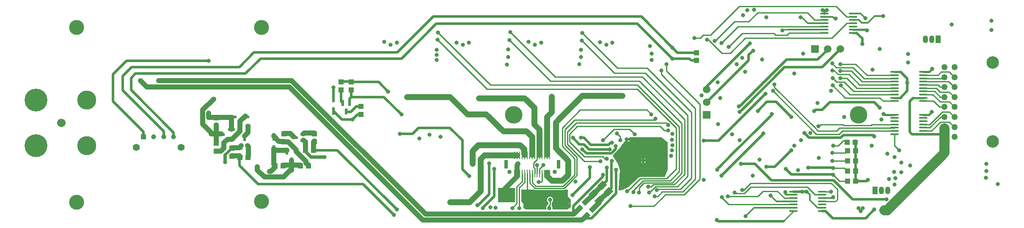
<source format=gbl>
%FSDAX25Y25*%
%MOIN*%
%SFA1B1*%

%IPPOS*%
%AMD23*
4,1,4,0.003500,0.038300,-0.038300,-0.003500,-0.003500,-0.038300,0.038300,0.003500,0.003500,0.038300,0.0*
%
%AMD114*
4,1,4,0.000000,-0.027700,0.027700,0.000000,0.000000,0.027700,-0.027700,0.000000,0.000000,-0.027700,0.0*
%
%ADD12R,0.039370X0.039370*%
G04~CAMADD=23~9~0.0~0.0~590.6~492.1~0.0~0.0~0~0.0~0.0~0.0~0.0~0~0.0~0.0~0.0~0.0~0~0.0~0.0~0.0~45.0~766.0~765.0*
%ADD23D23*%
%ADD28R,0.023620X0.055120*%
%ADD29R,0.055120X0.023620*%
%ADD34R,0.039370X0.039370*%
%ADD56C,0.019690*%
%ADD57C,0.009840*%
%ADD58C,0.039370*%
%ADD59C,0.015750*%
%ADD60C,0.078740*%
%ADD62C,0.047240*%
%ADD71R,0.041340X0.059060*%
%ADD72O,0.041340X0.059060*%
%ADD73C,0.067000*%
%ADD74C,0.150000*%
%ADD75C,0.180000*%
%ADD76C,0.098430*%
%ADD77C,0.049210*%
%ADD78C,0.137800*%
%ADD79C,0.118110*%
%ADD80C,0.055120*%
%ADD81C,0.039370*%
%ADD82C,0.033470*%
%ADD83C,0.059060*%
%ADD84R,0.059060X0.059060*%
%ADD85R,0.059060X0.059060*%
%ADD86C,0.031500*%
%ADD87C,0.025980*%
%ADD107R,0.009840X0.009840*%
%ADD108R,0.023620X0.059060*%
%ADD109R,0.059060X0.023620*%
%ADD110R,0.031500X0.070870*%
%ADD111R,0.009840X0.062990*%
%ADD112R,0.051180X0.019690*%
%ADD113R,0.019690X0.051180*%
G04~CAMADD=114~10~0.0~393.7~0.0~0.0~0.0~0.0~0~0.0~0.0~0.0~0.0~0~0.0~0.0~0.0~0.0~0~0.0~0.0~0.0~225.0~393.7~0.0*
%ADD114D114*%
%ADD115O,0.066930X0.013780*%
%ADD116C,0.011810*%
%ADD117C,0.027560*%
%ADD118R,0.133860X0.114170*%
%LNbms-1*%
%LPD*%
G36*
X0535815Y0142909D02*
X0536623Y0142102D01*
X0536387Y0141661*
X0536737Y0141592*
X0537291Y0141221*
Y0140842*
X0537670*
X0538040Y0140288*
X0538224Y0139366*
X0538040Y0138444*
X0537699Y0137933*
X0538177Y0137788*
Y0134248*
X0535421Y0132280*
X0523839*
X0523521Y0132666*
X0523704Y0133583*
X0523520Y0134504*
X0522998Y0135286*
X0522866Y0135374*
X0522923Y0135459*
X0523016Y0135599*
X0523116Y0136098*
Y0138129*
X0523514Y0138395*
X0524036Y0139177*
X0524220Y0140098*
X0524036Y0141020*
X0523514Y0141802*
X0522733Y0142324*
X0521811Y0142507*
X0520889Y0142324*
X0520108Y0141802*
X0519586Y0141020*
X0519403Y0140098*
X0519586Y0139177*
X0520108Y0138395*
X0520506Y0138129*
Y0136639*
X0519373Y0135505*
X0519090Y0135082*
X0518991Y0134583*
X0519038Y0134344*
X0518887Y0133583*
X0519069Y0132666*
X0518752Y0132280*
X0502744*
X0500776Y0133461*
Y0137004*
X0499201Y0138579*
Y0148028*
X0509391*
X0509427Y0148003*
X0509510Y0147987*
X0509927Y0147904*
X0532844*
X0533260Y0147987*
X0533343Y0148003*
X0533380Y0148028*
X0535815*
Y0142909*
G37*
G36*
X0614555Y0185429D02*
Y0163776D01*
X0612242Y0157993*
X0592679*
X0592262Y0157911*
X0592179Y0157894*
X0592143Y0157870*
X0591720*
X0583453Y0149996*
X0578728Y0147634*
X0576075Y0147302*
X0575700Y0147633*
Y0148854*
X0576760Y0162988*
X0575579Y0168106*
X0571642Y0174012*
Y0175664*
X0574888Y0178910*
X0575279Y0179496*
X0575302Y0179613*
X0575973Y0179917*
X0580590Y0186074*
X0581287Y0185608*
Y0187792*
X0582271*
Y0188776*
X0584455*
X0584355Y0188925*
X0584591Y0189366*
X0588338*
X0588571Y0189320*
X0588803Y0189366*
X0609437*
X0614555Y0185429*
G37*
%LNbms-2*%
%LPC*%
G36*
X0533733Y0138229D02*
X0533559Y0137808D01*
X0533969Y0137890*
X0533960*
X0533733Y0138229*
G37*
G36*
X0510818Y0139606D02*
X0510772D01*
Y0139560*
X0510800Y0139578*
X0510818Y0139606*
G37*
G36*
X0507819D02*
X0507772D01*
X0507791Y0139578*
X0507819Y0139560*
Y0139606*
G37*
G36*
X0537670Y0137890D02*
X0537291D01*
Y0137512*
X0537518Y0137663*
X0537670Y0137890*
G37*
G36*
X0536335Y0134106D02*
X0535957D01*
Y0133728*
X0536183Y0133880*
X0536335Y0134106*
G37*
G36*
X0533004D02*
X0532626D01*
X0532777Y0133880*
X0533004Y0133728*
Y0134106*
G37*
G36*
Y0137437D02*
X0532777Y0137286D01*
X0532626Y0137059*
X0533004*
Y0137437*
G37*
G36*
X0536737Y0137141D02*
X0536326Y0137059D01*
X0536335*
X0536562Y0136719*
X0536737Y0137141*
G37*
G36*
X0594311Y0172934D02*
X0593791Y0172587D01*
X0593443Y0172067*
X0594311*
Y0172934*
G37*
G36*
X0597147Y0170098D02*
X0596279D01*
Y0169231*
X0596800Y0169578*
X0597147Y0170098*
G37*
G36*
X0584455Y0186807D02*
X0583256D01*
Y0185608*
X0583975Y0186088*
X0584455Y0186807*
G37*
G36*
X0596279Y0172934D02*
Y0172067D01*
X0597147*
X0596800Y0172587*
X0596279Y0172934*
G37*
G36*
X0507819Y0142606D02*
X0507791Y0142587D01*
X0507772Y0142559*
X0507819*
Y0142606*
G37*
G36*
X0534339Y0141221D02*
X0534112Y0141069D01*
X0533960Y0140842*
X0534339*
Y0141221*
G37*
G36*
X0594311Y0170098D02*
X0593443D01*
X0593791Y0169578*
X0594311Y0169231*
Y0170098*
G37*
G36*
X0510772Y0142606D02*
Y0142559D01*
X0510818*
X0510800Y0142587*
X0510772Y0142606*
G37*
%LNbms-3*%
%LPD*%
G54D12*
X0756102Y0154689D03*
X0762402D03*
X0756102Y0162689D03*
X0762402D03*
X0756102Y0178689D03*
X0762402D03*
X0756102Y0170689D03*
X0762402D03*
X0755894Y0185429D03*
X0762193D03*
X0305063Y0166878D03*
X0311362D03*
X0331362D03*
X0325063D03*
X0335445Y0179173D03*
X0329146D03*
X0277646Y0197583D03*
X0283945D03*
Y0173583D03*
X0277646D03*
X0201661Y0189760D03*
G54D23*
X0560625Y0139425D03*
X0555754Y0144297D03*
X0567697Y0146496D03*
X0562825Y0151368D03*
G54D28*
X0318295Y0170646D03*
X0322035Y0178520D03*
X0314555D03*
G54D29*
X0262858Y0191583D03*
X0270732Y0187843D03*
Y0195323D03*
G54D34*
X0637295Y0249933D03*
Y0256232D03*
X0312213Y0185728D03*
Y0192027D03*
X0336213D03*
Y0185728D03*
X0258795Y0204732D03*
Y0198433D03*
Y0178433D03*
Y0184732D03*
X0271091Y0174350D03*
Y0180650D03*
X0357295Y0232925D03*
Y0226626D03*
X0365295D03*
Y0232925D03*
X0372823Y0213776D03*
Y0207476D03*
G54D56*
X0654673Y0186807D02*
X0691484Y0223618D01*
X0590539Y0279130D02*
X0618098Y0251571D01*
X0432272Y0279130D02*
X0590539D01*
X0404713Y0251571D02*
X0432272Y0279130D01*
X0293689Y0251571D02*
X0404713D01*
X0281878Y0239760D02*
X0293689Y0251571D01*
X0195264Y0239760D02*
X0281878D01*
X0191720Y0236216D02*
X0195264Y0239760D01*
X0191720Y0226768D02*
Y0236216D01*
Y0226768D02*
X0225284Y0193205D01*
Y0189760D02*
Y0193205D01*
X0593689Y0284642D02*
X0618248Y0260083D01*
X0429910Y0284642D02*
X0593689D01*
X0401563Y0256295D02*
X0429910Y0284642D01*
X0288571Y0256295D02*
X0401563D01*
X0277154Y0244878D02*
X0288571Y0256295D01*
X0192114Y0244878D02*
X0277154D01*
X0185028Y0237791D02*
X0192114Y0244878D01*
X0185028Y0226374D02*
Y0237791D01*
Y0226374D02*
X0217409Y0193992D01*
Y0189760D02*
Y0193992D01*
X0374398Y0152358D02*
X0398807Y0127949D01*
X0291721Y0152358D02*
X0374398D01*
X0277091Y0166988D02*
X0291721Y0152358D01*
X0277091Y0166988D02*
Y0174850D01*
X0770461Y0125587D02*
X0777153Y0132280D01*
X0744476Y0125587D02*
X0770461D01*
X0738866Y0131197D02*
X0744476Y0125587D01*
X0736110Y0131197D02*
X0738866D01*
X0550382Y0176768D02*
X0570190D01*
X0573610Y0180187*
Y0182280*
X0547232Y0179917D02*
X0550382Y0176768D01*
X0569550Y0185036D02*
X0570461D01*
X0567975Y0183461D02*
X0569550Y0185036D01*
X0553925Y0183461D02*
X0567975D01*
X0548413Y0188972D02*
X0553925Y0183461D01*
X0546051Y0188972D02*
X0548413D01*
X0386744Y0232925D02*
X0394083Y0225587D01*
X0365295Y0232925D02*
X0386744D01*
X0363772Y0219732D02*
X0365295Y0221256D01*
X0363772Y0216417D02*
Y0219732D01*
X0357295Y0217776D02*
X0358654Y0216417D01*
X0552350Y0179917D02*
X0568886D01*
X0548413Y0183854D02*
X0552350Y0179917D01*
X0544870Y0183854D02*
X0548413D01*
X0569676Y0185035D02*
X0570461D01*
X0539752Y0188972D02*
X0544870Y0183854D01*
X0760224Y0140547D02*
X0786996D01*
X0201661Y0189760D02*
Y0193598D01*
X0177547Y0217713D02*
X0201661Y0193598D01*
X0177547Y0217713D02*
Y0238972D01*
X0188177Y0249602*
X0252744*
X0685421Y0210232D02*
X0692508Y0217319D01*
X0699988*
X0711799Y0205508*
X0689752Y0192122D02*
Y0192516D01*
X0656681Y0159051D02*
X0689752Y0192122D01*
X0696445Y0207083D02*
Y0207870D01*
X0688177Y0198815D02*
X0696445Y0207083D01*
X0665343Y0175980D02*
X0688177Y0198815D01*
X0655106Y0165744D02*
X0665343Y0175980D01*
X0654319Y0164957D02*
X0655106Y0165744D01*
X0654319Y0123224D02*
X0705697D01*
X0653532Y0124012D02*
X0654319Y0123224D01*
X0653138Y0124012D02*
X0653532D01*
X0725185Y0165350D02*
X0744752D01*
X0762402Y0178689D02*
Y0186689D01*
Y0170689D02*
Y0178689D01*
Y0162689D02*
Y0170689D01*
Y0154689D02*
Y0162689D01*
X0711949Y0160083D02*
X0744793D01*
X0707665Y0164366D02*
X0711949Y0160083D01*
X0633122Y0249933D02*
X0637295D01*
X0631484Y0251571D02*
X0633122Y0249933D01*
X0618098Y0251571D02*
X0631484D01*
X0622098Y0256232D02*
X0637295D01*
X0618248Y0260083D02*
X0622098Y0256232D01*
X0567697Y0146496D02*
X0570274Y0149074D01*
X0553138Y0157476D02*
Y0165744D01*
X0539358Y0143697D02*
X0553138Y0157476D01*
X0357295Y0233425D02*
X0365295D01*
X0474004Y0144484D02*
Y0168894D01*
X0477941Y0142909D02*
Y0164563D01*
X0554434Y0125494D02*
X0573893Y0144954D01*
X0452744Y0164169D02*
Y0187004D01*
X0442902Y0196846D02*
X0452744Y0187004D01*
X0418098Y0196846D02*
X0442902D01*
X0413425Y0192173D02*
X0418098Y0196846D01*
X0403630Y0192173D02*
X0413425D01*
X0351213Y0228693D02*
X0351295Y0228776D01*
X0351213Y0220492D02*
Y0228693D01*
X0357295Y0217776D02*
Y0227126D01*
X0541879Y0136880D02*
X0559417Y0154419D01*
X0354276Y0179173D02*
X0401169Y0132280D01*
X0335445Y0179173D02*
X0354276D01*
X0365295Y0221256D02*
Y0226626D01*
Y0227126*
X0573893Y0144954D02*
Y0163665D01*
X0570274Y0149074D02*
Y0170676D01*
X0562825Y0151368D02*
X0566524Y0155067D01*
Y0165350*
X0559417Y0154419D02*
X0563374Y0158376D01*
Y0159839*
X0548421Y0125494D02*
X0554434D01*
X0540146Y0135147D02*
X0541879Y0136880D01*
X0540146Y0128940D02*
Y0135147D01*
Y0128940D02*
X0540349Y0128736D01*
X0468886Y0133461D02*
Y0133854D01*
X0477941Y0142909*
X0464555Y0135823D02*
X0465343D01*
X0474004Y0144484*
X0452744Y0164169D02*
X0458256Y0158658D01*
X0653532Y0163776D02*
X0654319Y0164957D01*
X0673020Y0211216D02*
X0706583Y0244779D01*
X0671248Y0209445D02*
X0673020Y0211216D01*
X0671248Y0213776D02*
X0708256Y0250783D01*
X0670460Y0213776D02*
X0671248D01*
X0830323Y0191823D02*
X0832488Y0189657D01*
X0805106Y0193697D02*
X0806980Y0191823D01*
X0805106Y0193697D02*
Y0217713D01*
X0807937Y0220543*
X0806980Y0191823D02*
X0815720D01*
X0830323*
X0673216Y0147634D02*
D01*
X0645295Y0229555D02*
X0679122Y0263382D01*
X0706583Y0244779D02*
X0736130D01*
X0750402Y0259051*
X0708256Y0250783D02*
X0732665D01*
X0740402Y0258520*
X0645295Y0217083D02*
X0678335Y0250122D01*
Y0254327*
X0681878Y0257870*
X0692189Y0166138D02*
X0698807D01*
X0711799Y0179130*
X0797701Y0220543D02*
X0803138Y0225980D01*
X0797945Y0241016D02*
X0803138Y0235823D01*
Y0225980D02*
Y0232279D01*
Y0235823*
X0713669Y0146551D02*
X0720362D01*
X0720461Y0146453*
X0724004*
X0672035Y0168500D02*
X0683059D01*
X0696051Y0155508*
X0745264*
X0760224Y0140547*
X0763276Y0271748D02*
X0767705Y0267319D01*
Y0262988D02*
Y0267319D01*
X0762402Y0154689D02*
X0770823D01*
X0772035Y0155902*
X0265736Y0175295D02*
X0271091Y0180650D01*
X0390933Y0221256D02*
X0404713Y0207476D01*
X0365295Y0221256D02*
X0390933D01*
X0730697Y0211020D02*
X0736209D01*
X0742114Y0216925*
X0777153*
X0781484Y0212595*
X0722035Y0192909D02*
X0725973Y0188972D01*
X0750776*
X0752744Y0190941*
X0761012*
X0767311*
X0776366*
X0777153Y0190154*
X0642902Y0186807D02*
D01*
X0654673*
X0370067Y0207476D02*
X0372823D01*
X0369280Y0213776D02*
X0372823D01*
X0364949Y0209445D02*
X0369280Y0213776D01*
X0361012Y0209445D02*
X0364949D01*
X0351213Y0210150D02*
X0357823Y0203539D01*
X0366130*
X0366524*
X0366130D02*
X0370067Y0207476D01*
G54D57*
X0662488Y0136315D02*
X0713669D01*
X0656681Y0142122D02*
X0662488Y0136315D01*
X0667311Y0145345D02*
X0667679Y0144976D01*
X0667311Y0145345D02*
Y0145665D01*
X0667679Y0144976D02*
X0674890D01*
X0661799Y0142909D02*
X0685421D01*
X0689358Y0146846*
X0584634Y0195665D02*
X0588571Y0191728D01*
X0572035Y0195665D02*
X0584634D01*
X0563374Y0187004D02*
X0572035Y0195665D01*
X0499854Y0154587D02*
Y0160878D01*
X0495657Y0150390D02*
X0499854Y0154587D01*
X0495657Y0137004D02*
Y0150390D01*
X0492114Y0133461D02*
X0495657Y0137004D01*
X0645657Y0266531D02*
X0646839D01*
X0640146Y0267713D02*
X0642508Y0270075D01*
X0635421Y0267713D02*
X0640146D01*
X0736110Y0138677D02*
X0746445D01*
X0755402Y0279425D02*
X0760421D01*
X0743689Y0267713D02*
X0755402Y0279425D01*
X0710618Y0267713D02*
X0743689D01*
X0698019D02*
X0710618D01*
X0675579D02*
X0698019D01*
X0663768Y0255902D02*
X0675579Y0267713D01*
X0657254Y0255902D02*
X0663768D01*
X0647232Y0265923D02*
X0657254Y0255902D01*
X0710323Y0271748D02*
X0737980D01*
X0708650Y0270075D02*
X0710323Y0271748D01*
X0699594Y0270075D02*
X0708650D01*
X0698315Y0271354D02*
X0699594Y0270075D01*
X0673315Y0271354D02*
X0698315D01*
X0662587Y0260626D02*
X0673315Y0271354D01*
X0705402Y0274307D02*
X0709339D01*
X0704713Y0273618D02*
X0705402Y0274307D01*
X0669772Y0276866D02*
X0737980D01*
X0656681Y0263776D02*
X0669772Y0276866D01*
X0730205Y0281984D02*
X0737980D01*
X0724398Y0287791D02*
X0730205Y0281984D01*
X0685421Y0287791D02*
X0724398D01*
X0678335Y0280705D02*
X0685421Y0287791D01*
X0667311Y0280705D02*
X0678335D01*
X0651957Y0265350D02*
X0667311Y0280705D01*
X0651563Y0265350D02*
X0651957D01*
X0656681Y0263776D02*
D01*
X0755598Y0284543D02*
X0760421D01*
X0747232Y0292909D02*
X0755598Y0284543D01*
X0670854Y0292909D02*
X0747232D01*
X0648020Y0270075D02*
X0670854Y0292909D01*
X0642508Y0270075D02*
X0648020D01*
X0706368Y0141433D02*
X0713669D01*
X0700954Y0146846D02*
X0706368Y0141433D01*
X0689358Y0146846D02*
X0700954D01*
X0730402Y0143992D02*
X0736110D01*
X0724398Y0149996D02*
X0730402Y0143992D01*
X0679910Y0149996D02*
X0724398D01*
X0674890Y0144976D02*
X0679910Y0149996D01*
X0433059Y0266531D02*
X0472035Y0227555D01*
X0590539*
X0621248Y0196846*
Y0164563D02*
Y0196846D01*
X0613374Y0156689D02*
X0621248Y0164563D01*
X0592679Y0156689D02*
X0613374D01*
X0584017Y0148028D02*
X0592679Y0156689D01*
X0583847Y0148028D02*
X0584017D01*
X0582665Y0146846D02*
X0583847Y0148028D01*
X0489752Y0266138D02*
X0522036Y0233854D01*
X0592114*
X0625579Y0200390*
Y0161020D02*
Y0200390D01*
X0618098Y0153539D02*
X0625579Y0161020D01*
X0595886Y0153539D02*
X0618098D01*
X0592114Y0149768D02*
X0595886Y0153539D01*
X0592114Y0146059D02*
Y0149768D01*
X0591720Y0145665D02*
X0592114Y0146059D01*
X0490539Y0272437D02*
X0525972Y0237004D01*
X0594476*
X0627941Y0203539*
Y0160232D02*
Y0203539D01*
X0619673Y0151964D02*
X0627941Y0160232D01*
X0603138Y0151964D02*
X0619673D01*
X0601453Y0150279D02*
X0603138Y0151964D01*
X0599311Y0150279D02*
X0601453D01*
X0599201Y0150390D02*
X0599311Y0150279D01*
X0546839Y0265744D02*
X0572429Y0240154D01*
X0596839*
X0630303Y0206689*
Y0158658D02*
Y0206689D01*
X0622035Y0150390D02*
X0630303Y0158658D01*
X0604793Y0150390D02*
X0622035D01*
X0603138Y0148735D02*
X0604793Y0150390D01*
X0600069Y0145665D02*
X0603138Y0148735D01*
X0599988Y0145665D02*
X0600069D01*
X0547232Y0271650D02*
X0574791Y0244091D01*
X0598020*
X0633059Y0209051*
Y0157083D02*
Y0209051D01*
X0624398Y0148421D02*
X0633059Y0157083D01*
X0606583Y0148421D02*
X0624398D01*
X0605795Y0147634D02*
X0606583Y0148421D01*
X0604319Y0142909D02*
X0606681D01*
X0603925Y0203146D02*
X0604713Y0203933D01*
X0541327Y0203146D02*
X0603925D01*
X0533453Y0195272D02*
X0541327Y0203146D01*
X0533453Y0183067D02*
Y0195272D01*
Y0183067D02*
X0542902Y0173618D01*
Y0159266D02*
Y0173618D01*
X0539063Y0155428D02*
X0542902Y0159266D01*
X0532844Y0149209D02*
X0539063Y0155428D01*
X0509927Y0149209D02*
X0532844D01*
X0505760Y0153376D02*
X0509927Y0149209D01*
X0505760Y0153376D02*
Y0160878D01*
X0598020Y0211020D02*
X0601563Y0207476D01*
X0545657Y0211020D02*
X0598020D01*
X0531484Y0196846D02*
X0545657Y0211020D01*
X0531484Y0182280D02*
Y0196846D01*
Y0182280D02*
X0541327Y0172437D01*
Y0159918D02*
Y0172437D01*
X0537488Y0156080D02*
X0541327Y0159918D01*
X0532192Y0150783D02*
X0537488Y0156080D01*
X0510579Y0150783D02*
X0532192D01*
X0507721Y0153642D02*
X0510579Y0150783D01*
X0507721Y0153642D02*
Y0160870D01*
X0507728Y0160878*
X0511665Y0171748D02*
Y0175051D01*
X0509008Y0169091D02*
X0511665Y0171748D01*
X0509008Y0165529D02*
Y0169091D01*
Y0165529D02*
X0509697Y0164840D01*
Y0160878D02*
Y0164840D01*
X0574398Y0192516D02*
X0577270Y0189643D01*
Y0187102D02*
Y0189643D01*
X0537094Y0185724D02*
Y0191827D01*
X0535520Y0183756D02*
Y0193795D01*
X0537094Y0185724D02*
X0548807Y0174012D01*
X0535520Y0183756D02*
X0548807Y0170468D01*
X0537094Y0191827D02*
X0543295Y0198028D01*
X0535520Y0193795D02*
X0542508Y0200783D01*
X0611799Y0194878D02*
X0614949D01*
X0608650Y0198028D02*
X0611799Y0194878D01*
X0543295Y0198028D02*
X0608650D01*
X0548807Y0174012D02*
X0563374D01*
X0564949Y0172437*
X0566524*
X0548807Y0170468D02*
X0561406D01*
X0542508Y0200783D02*
X0613374D01*
X0614949Y0199209*
X0746445Y0138677D02*
X0748020Y0140252D01*
Y0148421*
X0743295Y0153146D02*
X0748020Y0148421D01*
X0679910Y0153146D02*
X0743295D01*
X0674398Y0147634D02*
X0679910Y0153146D01*
X0673216Y0147634D02*
X0674398D01*
X0736110Y0146551D02*
X0743295D01*
X0705697Y0123224D02*
X0713669Y0131197D01*
X0752823Y0186689D02*
X0756102D01*
X0748823Y0182689D02*
X0752823Y0186689D01*
X0744752Y0182689D02*
X0748823D01*
X0836323Y0240941D02*
X0840362Y0236902D01*
X0829909Y0240941D02*
X0836323D01*
X0827425Y0238457D02*
X0829909Y0240941D01*
X0815720Y0238457D02*
X0827425D01*
X0815720Y0235898D02*
X0831484D01*
X0835937Y0233339D02*
X0840248Y0229028D01*
X0815720Y0233339D02*
X0835937D01*
X0829224Y0229028D02*
X0832488D01*
X0827472Y0230780D02*
X0829224Y0229028D01*
X0815720Y0230780D02*
X0827472D01*
X0836323Y0225193D02*
X0840362Y0221153D01*
X0829122Y0225193D02*
X0836323D01*
X0826095Y0228221D02*
X0829122Y0225193D01*
X0815720Y0228221D02*
X0826095D01*
X0829224Y0221153D02*
X0832488D01*
X0824716Y0225661D02*
X0829224Y0221153D01*
X0815720Y0225661D02*
X0824716D01*
X0836323Y0217319D02*
X0840362Y0213280D01*
X0829122Y0217319D02*
X0836323D01*
X0823339Y0223102D02*
X0829122Y0217319D01*
X0815720Y0223102D02*
X0823339D01*
X0828437Y0213280D02*
X0832488D01*
X0823732Y0217984D02*
X0828437Y0213280D01*
X0815720Y0217984D02*
X0823732D01*
X0836323Y0209445D02*
X0840362Y0205405D01*
X0830697Y0209445D02*
X0836323D01*
X0820752Y0199500D02*
X0830697Y0209445D01*
X0815720Y0199500D02*
X0820752D01*
X0829413Y0205405D02*
X0832488D01*
X0820949Y0196941D02*
X0829413Y0205405D01*
X0815720Y0196941D02*
X0820949D01*
X0836323Y0201571D02*
X0840362Y0197531D01*
X0829516Y0201571D02*
X0836323D01*
X0822327Y0194382D02*
X0829516Y0201571D01*
X0815720Y0194382D02*
X0822327D01*
X0771370Y0238457D02*
X0793280D01*
X0762587Y0247240D02*
X0771370Y0238457D01*
X0750382Y0247240D02*
X0762587D01*
X0769205Y0235898D02*
X0793280D01*
X0760618Y0244484D02*
X0769205Y0235898D01*
X0747232Y0244484D02*
X0760618D01*
X0744082Y0247634D02*
X0747232Y0244484D01*
X0767433Y0233339D02*
X0793280D01*
X0759043Y0241728D02*
X0767433Y0233339D01*
X0750382Y0241728D02*
X0759043D01*
X0765661Y0230780D02*
X0793280D01*
X0757469Y0238972D02*
X0765661Y0230780D01*
X0748807Y0238972D02*
X0757469D01*
X0745657Y0242122D02*
X0748807Y0238972D01*
X0744082Y0242122D02*
X0745657D01*
X0763496Y0228221D02*
X0793280D01*
X0755500Y0236216D02*
X0763496Y0228221D01*
X0750382Y0236216D02*
X0755500D01*
X0760937Y0225661D02*
X0793280D01*
X0753532Y0233067D02*
X0760937Y0225661D01*
X0747626Y0233067D02*
X0753532D01*
X0744476Y0236216D02*
X0747626Y0233067D01*
X0744082Y0241335D02*
Y0242122D01*
X0623610Y0162336D02*
Y0197634D01*
X0616389Y0155114D02*
X0623610Y0162336D01*
X0590539Y0230705D02*
X0623610Y0197634D01*
X0586633Y0145181D02*
Y0146513D01*
X0595233Y0155114*
X0616389*
X0474791Y0230705D02*
X0590539D01*
X0433453Y0272043D02*
X0474791Y0230705D01*
X0513634Y0164429D02*
X0516524Y0167319D01*
X0513634Y0160878D02*
Y0164429D01*
X0521811Y0136098D02*
Y0140098D01*
X0520295Y0134583D02*
X0521811Y0136098D01*
X0520295Y0134583D02*
X0521295Y0133583D01*
X0744752Y0165189D02*
X0753602D01*
X0756102Y0162689*
X0744252Y0170689D02*
X0756102D01*
X0744252Y0177189D02*
X0754602D01*
X0756102Y0178689*
X0497626Y0133461D02*
Y0135035D01*
Y0149602*
X0501823Y0153799*
Y0160878*
X0511665D02*
Y0167319D01*
X0503827Y0155902D02*
Y0160843D01*
Y0146551D02*
Y0153933D01*
Y0146551D02*
X0507795Y0142583D01*
X0515602Y0158201D02*
X0515638Y0158165D01*
Y0156590D02*
Y0160843D01*
X0515602Y0158201D02*
Y0160878D01*
X0514949Y0153933D02*
X0515638Y0154622D01*
X0512980Y0153933D02*
X0514949D01*
X0515638Y0154622D02*
Y0156590D01*
X0503827Y0153933D02*
Y0155902D01*
X0749793Y0154689D02*
X0756102D01*
X0744752Y0159689D02*
X0744793D01*
X0749793Y0154689*
X0760421Y0284543D02*
X0760520D01*
X0737980Y0281984D02*
X0738079D01*
X0737980Y0276866D02*
X0738079D01*
X0737980Y0271748D02*
X0738079D01*
X0760421Y0279425D02*
X0760520D01*
X0661799Y0261413D02*
X0662587Y0260626D01*
X0793280Y0182689D02*
Y0191823D01*
Y0182689D02*
X0796839Y0179130D01*
X0606681Y0142909D02*
X0610224Y0146453D01*
X0626366*
X0636209Y0156295*
Y0201694*
Y0212201*
X0609437Y0238972D02*
X0636209Y0212201D01*
X0609437Y0238972D02*
Y0242122D01*
X0585028Y0135035D02*
X0603532D01*
X0610020Y0141524*
X0612587Y0144090*
X0627547*
X0639752Y0156295*
Y0215350*
X0613374Y0241728D02*
X0639752Y0215350D01*
X0613374Y0241728D02*
Y0247094D01*
X0750776Y0230311D02*
X0757984Y0223102D01*
X0793280*
X0744476Y0230311D02*
X0754319Y0220468D01*
X0768406*
X0781676*
X0784160Y0217984*
X0793280*
X0729910Y0210232D02*
X0730697Y0211020D01*
X0778043Y0194382D02*
X0793280D01*
X0698413Y0228915D02*
Y0231098D01*
Y0228915D02*
X0730402Y0196927D01*
X0732844Y0194484*
X0747626*
X0749988Y0196846*
X0779122*
X0793185*
X0733059Y0198028D02*
X0733453Y0197634D01*
X0735319Y0199500*
X0748311*
X0752453*
X0753138Y0198815*
X0774500*
X0775185Y0199500*
X0793280*
X0697376Y0225980D02*
X0731628Y0191728D01*
X0749594*
X0752248Y0194382*
X0778043*
G54D58*
X0495917Y0160878D02*
Y0167579D01*
Y0158524D02*
Y0160878D01*
Y0167579D02*
X0496642Y0168303D01*
X0560625Y0139425D02*
X0567697Y0146496D01*
X0555754Y0144297D02*
X0562825Y0151368D01*
X0560625Y0137699D02*
Y0139425D01*
X0555230Y0132304D02*
X0560625Y0137699D01*
X0549573Y0137961D02*
X0555754Y0144141D01*
X0283650Y0182653D02*
X0284240Y0182063D01*
Y0174000D02*
Y0182063D01*
X0277091Y0174850D02*
X0277941Y0174000D01*
X0277028Y0181150D02*
X0278532Y0182653D01*
X0258795Y0192083D02*
X0262858D01*
X0277646Y0198083D02*
Y0202012D01*
X0270732Y0195823D02*
Y0204941D01*
X0258795Y0205232D02*
X0271024D01*
X0283945Y0193232D02*
Y0198083D01*
X0281091Y0190378D02*
X0283945Y0193232D01*
X0258795Y0192083D02*
Y0198933D01*
Y0185232D02*
Y0192083D01*
X0254795D02*
X0259295D01*
X0252795Y0205276D02*
X0252839Y0205232D01*
X0258795*
X0252795Y0205276D02*
Y0208583D01*
X0335445Y0179673D02*
Y0185673D01*
X0336295Y0186524*
X0308283Y0186228D02*
X0312213D01*
X0329591Y0169150D02*
Y0170406D01*
Y0169150D02*
X0331362Y0167378D01*
X0328232Y0192823D02*
X0336295D01*
X0327642Y0192232D02*
X0328232Y0192823D01*
X0327642Y0187114D02*
X0329146Y0185610D01*
X0312213Y0192527D02*
X0317063D01*
X0319917Y0189673*
X0311362Y0167378D02*
X0318213D01*
Y0167878*
Y0167378D02*
X0325063D01*
X0312563Y0185878D02*
X0315465D01*
X0318213Y0183131*
Y0183055D02*
Y0183131D01*
Y0183055D02*
X0321953Y0179315D01*
Y0178044D02*
X0329591Y0170406D01*
X0312053Y0179020D02*
X0314555D01*
X0304213Y0190299D02*
X0308283Y0186228D01*
X0304213Y0180457D02*
X0305587Y0179083D01*
X0311990*
X0304213Y0168228D02*
Y0180457D01*
X0318295Y0167083D02*
Y0171146D01*
X0318213Y0163378D02*
Y0167378D01*
X0305063Y0165850D02*
Y0167378D01*
X0301795Y0162583D02*
X0305063Y0165850D01*
X0311890Y0158055D02*
X0317213Y0163378D01*
X0296823Y0158055D02*
X0311890D01*
X0300795Y0162583D02*
X0301795D01*
X0291295Y0163583D02*
X0296823Y0158055D01*
X0291295Y0163583D02*
Y0166083D01*
X0248268Y0199610D02*
X0254795Y0193083D01*
X0248268Y0199610D02*
Y0211055D01*
X0256795Y0219583*
X0277646Y0194189D02*
Y0197583D01*
X0271299Y0187843D02*
X0277646Y0194189D01*
X0267756Y0187843D02*
X0271299D01*
X0264949Y0185035D02*
X0267756Y0187843D01*
X0264949Y0180705D02*
Y0185035D01*
X0262677Y0178433D02*
X0264949Y0180705D01*
X0258795Y0178433D02*
X0262677D01*
X0277646Y0202012D02*
X0281716Y0206083D01*
X0271091Y0174850D02*
X0277091D01*
X0548421Y0125494D02*
X0550776Y0127849D01*
X0540349Y0128736D02*
X0545119Y0133506D01*
X0492705Y0155311D02*
X0495917Y0158524D01*
X0486209Y0148815D02*
X0492705Y0155311D01*
X0486209Y0144878D02*
X0486602Y0144484D01*
X0486209Y0144878D02*
Y0148815D01*
X0271091Y0181150D02*
X0274398D01*
X0277028*
X0329146Y0179673D02*
Y0182280D01*
Y0185610*
X0423714Y0128736D02*
X0540349D01*
X0318202Y0234248D02*
X0423714Y0128736D01*
X0213374Y0234248D02*
X0318202D01*
X0199201D02*
D01*
X0204319Y0229130*
X0207075*
X0255604*
X0316524*
X0421642Y0124012*
X0546938*
X0548421Y0125494*
G54D59*
X0807937Y0220543D02*
X0815720D01*
X0793280D02*
X0797701D01*
X0793280Y0241016D02*
X0797945D01*
X0815720Y0207177D02*
X0820161D01*
X0822429Y0209445*
X0737980Y0287102D02*
Y0289563D01*
X0737783Y0289760D02*
X0737980Y0289563D01*
X0736602Y0289760D02*
X0737783D01*
X0736602D02*
X0739752D01*
X0770952Y0274307D02*
X0771641Y0273618D01*
X0760421Y0274307D02*
X0770952D01*
X0760421Y0271748D02*
X0763276D01*
X0785327Y0207177D02*
X0793280D01*
X0784634Y0207870D02*
X0785327Y0207177D01*
X0815720Y0241016D02*
X0820535D01*
X0822823Y0243303*
G54D60*
X0785028Y0131886D02*
X0787390D01*
X0832488Y0176984*
Y0189657*
Y0196551*
G54D62*
X0531619Y0155083D02*
X0534043Y0157507D01*
X0523295Y0155083D02*
X0531619D01*
X0534043Y0157507D02*
X0536295Y0159759D01*
Y0170776*
X0526366Y0201177D02*
X0547272Y0222083D01*
X0526366Y0180705D02*
Y0201177D01*
Y0180705D02*
X0536295Y0170776D01*
X0547272Y0222083D02*
X0568295D01*
X0414795Y0221083D02*
X0420295D01*
X0409295D02*
X0414795D01*
X0471295Y0220083D02*
X0476795D01*
X0465795D02*
X0471295D01*
X0523295Y0216083D02*
Y0221583D01*
Y0210583D02*
Y0216083D01*
Y0209083D02*
Y0210583D01*
X0519539Y0158839D02*
X0523295Y0155083D01*
X0568295Y0222083D02*
X0573295D01*
X0579000*
X0460795Y0168378D02*
Y0177583D01*
Y0178583D02*
X0465295Y0183083D01*
X0460795Y0177583D02*
Y0178583D01*
X0465295Y0183083D02*
X0498270D01*
X0501429Y0179924*
Y0175945D02*
Y0179924D01*
Y0175945D02*
X0501823Y0175551D01*
X0519539Y0158839D02*
Y0161378D01*
Y0205327D02*
X0523295Y0209083D01*
X0519539Y0175551D02*
Y0205327D01*
X0467311Y0172043D02*
X0470319Y0175051D01*
X0493949*
X0495917*
X0467311Y0146846D02*
Y0172043D01*
X0458650Y0138185D02*
X0467311Y0146846D01*
X0443295Y0138185D02*
X0458650D01*
X0420295Y0221083D02*
X0443295D01*
X0456795Y0207583*
X0471535*
X0485028Y0194090*
X0503287*
X0507728Y0189650*
Y0175551D02*
Y0189650D01*
X0476795Y0220083D02*
X0496839D01*
X0501949*
X0509437Y0212595*
Y0199469D02*
Y0212595D01*
Y0199469D02*
X0513634Y0195272D01*
Y0175551D02*
Y0195272D01*
G54D71*
X0827429Y0266630D03*
X0777764Y0147339D03*
G54D72*
X0817429Y0266630D03*
X0822429D03*
X0782764Y0147339D03*
X0787764D03*
G54D73*
X0136721Y0200744D03*
G54D74*
X0156720Y0182594D03*
Y0218894D03*
G54D75*
X0116720Y0182594D03*
Y0218894D03*
G54D76*
X0870677Y0248319D03*
Y0186114D03*
G54D77*
X0840362Y0244776D03*
Y0236902D03*
Y0229028D03*
Y0221153D03*
Y0213280D03*
Y0205405D03*
Y0197531D03*
Y0189657D03*
X0832488Y0244776D03*
Y0236902D03*
Y0229028D03*
Y0221153D03*
Y0213280D03*
Y0205405D03*
Y0197531D03*
Y0189657D03*
G54D78*
X0764949Y0207083D03*
X0493295D03*
G54D79*
X0148807Y0138185D03*
X0294476Y0138685D03*
X0148807Y0275980D03*
X0294476D03*
G54D80*
X0195756Y0181492D03*
X0231189D03*
G54D81*
X0209535Y0189760D03*
X0217409D03*
X0225284D03*
G54D82*
X0489815Y0162059D03*
X0525642D03*
G54D83*
X0645295Y0227083D03*
Y0217083D03*
X0750402Y0259051D03*
X0740402D03*
G54D84*
X0645295Y0207083D03*
G54D85*
X0730402Y0259051D03*
G54D86*
X0798413Y0161807D03*
Y0169287D03*
X0667311Y0145665D03*
X0546051Y0258264D03*
X0544870Y0247240D03*
X0865500Y0168500D03*
Y0162595D03*
X0865343Y0157476D03*
X0546051Y0252752D03*
X0674004Y0285823D03*
X0677153Y0289760D03*
X0682665Y0290154D03*
X0766524Y0131098D03*
X0768098Y0133461D03*
X0764961D03*
X0488965Y0252752D03*
X0487783Y0246846D03*
X0488965Y0258658D03*
X0491327Y0145665D03*
X0492114Y0140941D03*
X0416524Y0220862D03*
X0473610Y0220075D03*
X0435421Y0189760D03*
X0645657Y0266531D03*
X0635421Y0267713D03*
X0617705Y0187398D03*
X0642901Y0155705D03*
X0704713Y0273618D03*
X0396295Y0262500D03*
X0496642Y0168303D03*
X0541720Y0154327D03*
X0577270Y0187102D03*
X0574398Y0192516D03*
X0582272Y0187791D03*
X0588571Y0191728D03*
X0563374Y0187004D03*
X0547232Y0179917D03*
X0546051Y0188972D03*
X0570461Y0185036D03*
X0539752Y0188972D03*
X0733059Y0198028D03*
X0726911Y0192686D03*
X0753531Y0205508D03*
X0788965Y0156295D03*
X0787783Y0135429D03*
X0786996Y0140547D03*
X0787390Y0130705D03*
X0790933Y0132280D03*
X0784240D03*
X0432500Y0250390D03*
Y0254327D03*
Y0258264D03*
X0784070Y0285114D03*
X0770067Y0283461D03*
X0746839Y0283067D03*
X0719279Y0284248D03*
X0685421Y0210232D03*
X0711799Y0205508D03*
X0729910Y0210232D03*
X0689752Y0192516D03*
X0696445Y0207870D03*
X0781484Y0212595D03*
X0782807Y0203287D03*
X0803138Y0232279D03*
X0744870Y0142122D03*
X0743295Y0146551D03*
X0707075Y0146059D03*
X0675973Y0127161D03*
X0653138Y0124012D03*
X0657075Y0142122D03*
X0697376Y0225980D03*
X0750382Y0241728D03*
Y0247240D03*
X0744476Y0236216D03*
Y0230311D03*
X0750776D03*
X0750382Y0236216D03*
X0744082Y0247634D03*
Y0242122D03*
X0722035Y0192909D03*
X0725185Y0165350D03*
X0707665Y0164366D03*
X0618098Y0251571D03*
X0618248Y0260083D03*
X0617311Y0174799D03*
X0617705Y0179130D03*
X0618098Y0183067D03*
Y0192122D03*
X0614949Y0199209D03*
X0561406Y0170468D03*
X0566524Y0172437D03*
X0614949Y0194878D03*
X0604713Y0203933D03*
X0601563Y0207476D03*
X0585028Y0135035D03*
X0574004Y0163776D03*
X0570461Y0170862D03*
X0573610Y0182280D03*
X0568886Y0179917D03*
X0566524Y0165350D03*
X0563374Y0159839D03*
X0553138Y0165744D03*
X0539358Y0143697D03*
X0474004Y0168894D03*
X0477941Y0164563D03*
X0213374Y0234248D03*
X0199201D03*
X0252744Y0249602D03*
X0516524Y0167319D03*
X0403630Y0192173D03*
X0613374Y0247094D03*
X0587390Y0146059D03*
X0591720Y0145665D03*
X0582665Y0146846D03*
X0604319Y0142909D03*
X0605795Y0147634D03*
X0599988Y0145665D03*
X0599201Y0150390D03*
X0609437Y0242122D03*
X0547232Y0271650D03*
X0546839Y0265744D03*
X0490539Y0272437D03*
X0489752Y0266138D03*
X0433453Y0272043D03*
X0433059Y0266531D03*
X0418886Y0188579D03*
X0426760Y0191378D03*
X0601957Y0250390D03*
Y0255508D03*
X0600382Y0261413D03*
X0566295Y0262500D03*
X0570689Y0264189D03*
X0561085Y0264372D03*
X0514689Y0264189D03*
X0509795Y0262500D03*
X0504835Y0264622D03*
X0457689Y0264189D03*
X0453295Y0262500D03*
X0448295Y0264083D03*
X0401189Y0264189D03*
X0391335Y0264622D03*
X0521295Y0133583D03*
X0521811Y0140098D03*
X0573295Y0222083D03*
X0568295D03*
X0579000D03*
X0460795Y0168378D03*
Y0173083D03*
Y0178583D03*
X0523295Y0210583D03*
Y0216083D03*
X0481484Y0220075D03*
X0465795Y0220083D03*
X0422429Y0221256D03*
X0409295Y0221083D03*
X0523295Y0221583D03*
X0351295Y0228776D03*
X0744752Y0159689D03*
Y0165189D03*
X0744252Y0170689D03*
Y0177189D03*
X0744752Y0182689D03*
X0254795Y0192083D03*
X0252795Y0208583D03*
X0318213Y0163378D03*
X0300795Y0162583D03*
X0256795Y0219583D03*
X0492114Y0133461D03*
X0497626D03*
X0401169Y0132280D03*
X0398807Y0127949D03*
X0404713Y0207476D03*
X0534480Y0135583D03*
X0535815Y0139366D03*
X0468886Y0133461D03*
X0464555Y0135823D03*
X0478728Y0133854D03*
X0474791Y0134248D03*
X0458256Y0158658D03*
X0443295Y0138185D03*
X0462193Y0141728D03*
X0458650Y0138185D03*
X0446445Y0138083D03*
X0511665Y0167319D03*
X0512980Y0153933D03*
X0492705Y0155311D03*
X0653532Y0163776D03*
X0672035Y0168500D03*
X0656681Y0159051D03*
X0691484Y0223618D03*
X0698413Y0231098D03*
X0671248Y0209445D03*
X0670460Y0213776D03*
X0692189Y0166138D03*
X0695657Y0143303D03*
X0673216Y0147634D03*
X0661799Y0142909D03*
X0679122Y0263382D03*
X0681878Y0257870D03*
X0656681Y0263776D03*
X0651563Y0265350D03*
X0662587Y0260626D03*
X0692114Y0284248D03*
X0719642Y0186936D03*
X0711799Y0179130D03*
X0714161Y0182673D03*
X0717311Y0163382D03*
X0733453Y0173224D03*
X0686996Y0171650D03*
X0671248Y0187004D03*
X0665342Y0191728D03*
X0655894Y0220468D03*
X0653925Y0232673D03*
X0675579Y0240941D03*
X0688965Y0250783D03*
X0714161Y0239760D03*
X0721248Y0255508D03*
X0732665Y0216531D03*
X0743295Y0225980D03*
X0775154Y0182673D03*
X0772035Y0155902D03*
X0775973Y0242909D03*
X0781484Y0259051D03*
X0803925Y0255016D03*
Y0248520D03*
X0838126Y0278342D03*
X0869672Y0273972D03*
Y0281453D03*
X0796839Y0179130D03*
X0793295Y0173618D03*
X0787390Y0176374D03*
X0805500Y0166925D03*
X0822429Y0209445D03*
X0720461Y0146453D03*
X0724004D03*
X0641327Y0222437D03*
X0673216Y0251965D03*
X0668886Y0247240D03*
X0681501Y0159051D03*
X0793295Y0151965D03*
X0793689Y0157083D03*
X0792902Y0162201D03*
X0874398Y0152358D03*
X0654319Y0199602D03*
X0736602Y0289760D03*
X0739752D03*
X0771641Y0273618D03*
X0767705Y0262988D03*
X0485421Y0140547D03*
X0483059Y0145272D03*
X0777153Y0132280D03*
X0784634Y0207870D03*
X0822823Y0243303D03*
X0265736Y0169681D03*
X0344083Y0173618D03*
X0394083Y0225587D03*
X0291295Y0166083D03*
X0777153Y0190154D03*
X0642902Y0186807D03*
X0366130Y0203539D03*
G54D87*
X0595295Y0171083D03*
X0509295Y0141083D03*
G54D107*
X0515638Y0156590D03*
Y0154622D03*
X0503827Y0155902D03*
Y0153933D03*
G54D108*
X0304213Y0189799D03*
Y0179957D03*
X0351213Y0219992D03*
Y0210150D03*
G54D109*
X0281716Y0205583D03*
X0271874D03*
G54D110*
X0487059Y0167965D03*
X0528398D03*
G54D111*
X0493949Y0160878D03*
X0495917D03*
X0497886D03*
X0499854D03*
X0501823D03*
X0503791D03*
X0505760D03*
X0507728D03*
X0509697D03*
X0511665D03*
X0513634D03*
X0515602D03*
X0517571D03*
X0519539D03*
X0521508D03*
Y0175051D03*
X0519539D03*
X0517571D03*
X0515602D03*
X0513634D03*
X0511665D03*
X0509697D03*
X0507728D03*
X0505760D03*
X0503791D03*
X0501823D03*
X0499854D03*
X0497886D03*
X0495917D03*
X0493949D03*
G54D112*
X0327642Y0191732D03*
Y0186614D03*
X0320949Y0189173D03*
G54D113*
X0283650Y0182153D03*
X0278532D03*
X0281091Y0188847D03*
X0358654Y0216417D03*
X0363772D03*
X0361213Y0209724D03*
G54D114*
X0555230Y0132304D03*
X0550776Y0127849D03*
X0549573Y0137961D03*
X0545119Y0133506D03*
G54D115*
X0760421Y0287102D03*
Y0284543D03*
Y0281984D03*
Y0279425D03*
Y0276866D03*
Y0274307D03*
Y0271748D03*
X0737980Y0287102D03*
Y0284543D03*
Y0281984D03*
Y0279425D03*
Y0276866D03*
Y0274307D03*
Y0271748D03*
X0815720Y0207177D03*
Y0204618D03*
Y0202059D03*
Y0199500D03*
Y0196941D03*
Y0194382D03*
Y0191823D03*
X0793280Y0207177D03*
Y0204618D03*
Y0202059D03*
Y0199500D03*
Y0196941D03*
Y0194382D03*
Y0191823D03*
Y0217984D03*
Y0220543D03*
Y0223102D03*
Y0225661D03*
Y0228221D03*
Y0230780D03*
Y0233339D03*
Y0235898D03*
Y0238457D03*
Y0241016D03*
X0815720Y0217984D03*
Y0220543D03*
Y0223102D03*
Y0225661D03*
Y0228221D03*
Y0230780D03*
Y0233339D03*
Y0235898D03*
Y0238457D03*
Y0241016D03*
X0736110Y0146551D03*
Y0143992D03*
Y0141433D03*
Y0138874D03*
Y0136315D03*
Y0133756D03*
Y0131197D03*
X0713669Y0146551D03*
Y0143992D03*
Y0141433D03*
Y0138874D03*
Y0136315D03*
Y0133756D03*
Y0131197D03*
G54D116*
X0737980Y0274307D02*
X0738079D01*
X0709339D02*
X0737980D01*
X0777380Y0285114D02*
X0784070D01*
X0772183Y0279917D02*
X0777380Y0285114D01*
X0766425Y0287102D02*
X0770067Y0283461D01*
X0760421Y0287102D02*
X0766425D01*
X0760520Y0281984D02*
X0765097D01*
X0767163Y0279917*
X0744575Y0284543D02*
X0746051Y0283067D01*
X0746839*
X0719279Y0284248D02*
X0720067D01*
X0724890Y0279425*
X0738079*
X0744870Y0141728D02*
Y0142122D01*
X0744575Y0141433D02*
X0744870Y0141728D01*
X0736110Y0141433D02*
X0744575D01*
X0707567Y0143992D02*
X0713669D01*
X0707075Y0144484D02*
X0707567Y0143992D01*
X0707075Y0144484D02*
Y0146059D01*
X0675973Y0127161D02*
X0682567Y0133756D01*
X0700087Y0138874D02*
X0713669D01*
X0695657Y0143303D02*
X0700087Y0138874D01*
X0682567Y0133756D02*
X0713669D01*
X0738079Y0284543D02*
X0744575D01*
X0767163Y0279917D02*
X0772183D01*
X0732370Y0133756D02*
X0736110D01*
X0726366Y0139760D02*
X0732370Y0133756D01*
X0726366Y0139760D02*
Y0144090D01*
X0724004Y0146453D02*
X0726366Y0144090D01*
G54D117*
X0265736Y0169681D02*
Y0175295D01*
X0329146Y0177925D02*
Y0182280D01*
Y0177925D02*
X0333453Y0173618D01*
X0344083*
G54D118*
X0487390Y0143894D03*
M02*
</source>
